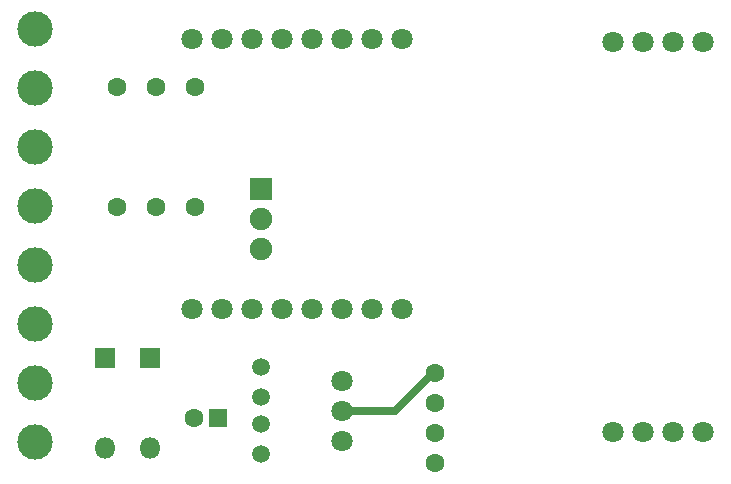
<source format=gbl>
G04 #@! TF.GenerationSoftware,KiCad,Pcbnew,(5.1.8)-1*
G04 #@! TF.CreationDate,2021-01-11T10:59:45+01:00*
G04 #@! TF.ProjectId,wifiOiler01,77696669-4f69-46c6-9572-30312e6b6963,4.1*
G04 #@! TF.SameCoordinates,Original*
G04 #@! TF.FileFunction,Copper,L2,Bot*
G04 #@! TF.FilePolarity,Positive*
%FSLAX46Y46*%
G04 Gerber Fmt 4.6, Leading zero omitted, Abs format (unit mm)*
G04 Created by KiCad (PCBNEW (5.1.8)-1) date 2021-01-11 10:59:45*
%MOMM*%
%LPD*%
G01*
G04 APERTURE LIST*
G04 #@! TA.AperFunction,ComponentPad*
%ADD10C,1.600000*%
G04 #@! TD*
G04 #@! TA.AperFunction,ComponentPad*
%ADD11R,1.600000X1.600000*%
G04 #@! TD*
G04 #@! TA.AperFunction,ComponentPad*
%ADD12C,1.800000*%
G04 #@! TD*
G04 #@! TA.AperFunction,ComponentPad*
%ADD13C,1.500000*%
G04 #@! TD*
G04 #@! TA.AperFunction,ComponentPad*
%ADD14C,1.900000*%
G04 #@! TD*
G04 #@! TA.AperFunction,ComponentPad*
%ADD15R,1.900000X1.900000*%
G04 #@! TD*
G04 #@! TA.AperFunction,ComponentPad*
%ADD16C,3.000000*%
G04 #@! TD*
G04 #@! TA.AperFunction,ComponentPad*
%ADD17O,1.800000X1.800000*%
G04 #@! TD*
G04 #@! TA.AperFunction,ComponentPad*
%ADD18R,1.800000X1.800000*%
G04 #@! TD*
G04 #@! TA.AperFunction,Conductor*
%ADD19C,0.700000*%
G04 #@! TD*
G04 APERTURE END LIST*
D10*
X126905000Y-137795000D03*
D11*
X128905000Y-137795000D03*
D12*
X164930000Y-105970000D03*
X162390000Y-105970000D03*
X167470000Y-105970000D03*
X170010000Y-105970000D03*
D10*
X127000000Y-109728000D03*
X127000000Y-119888000D03*
D12*
X139395000Y-134620000D03*
X139395000Y-137160000D03*
X139395000Y-139700000D03*
D13*
X132588000Y-138303000D03*
X132588000Y-140843000D03*
X132588000Y-136017000D03*
X132588000Y-133477000D03*
D10*
X120396000Y-109728000D03*
X120396000Y-119888000D03*
X123698000Y-109728000D03*
X123698000Y-119888000D03*
D14*
X132588000Y-123444000D03*
X132588000Y-120904000D03*
D15*
X132588000Y-118364000D03*
D16*
X113446470Y-139840000D03*
X113446470Y-134840000D03*
X113446470Y-129840000D03*
X113446470Y-124840000D03*
X113446470Y-119840000D03*
X113446470Y-114840000D03*
X113446470Y-109840000D03*
X113446470Y-104840000D03*
D12*
X126746000Y-128524000D03*
X129286000Y-128524000D03*
X131826000Y-128524000D03*
X134366000Y-128524000D03*
X136906000Y-128524000D03*
X139446000Y-128524000D03*
X141986000Y-128524000D03*
X144526000Y-128524000D03*
X126746000Y-105664000D03*
X129286000Y-105664000D03*
X131826000Y-105664000D03*
X134366000Y-105664000D03*
X136906000Y-105664000D03*
X139446000Y-105664000D03*
X141986000Y-105664000D03*
X144526000Y-105664000D03*
D10*
X147320000Y-141605000D03*
X147320000Y-139065000D03*
X147320000Y-136525000D03*
X147320000Y-133985000D03*
D17*
X119380000Y-140335000D03*
D18*
X119380000Y-132715000D03*
D17*
X123190000Y-140335000D03*
D18*
X123190000Y-132715000D03*
D12*
X162390000Y-138990000D03*
X164930000Y-138990000D03*
X170010000Y-138990000D03*
X167470000Y-138990000D03*
D19*
X147121998Y-133985000D02*
X147320000Y-133985000D01*
X143946998Y-137160000D02*
X147121998Y-133985000D01*
X139395000Y-137160000D02*
X143946998Y-137160000D01*
M02*

</source>
